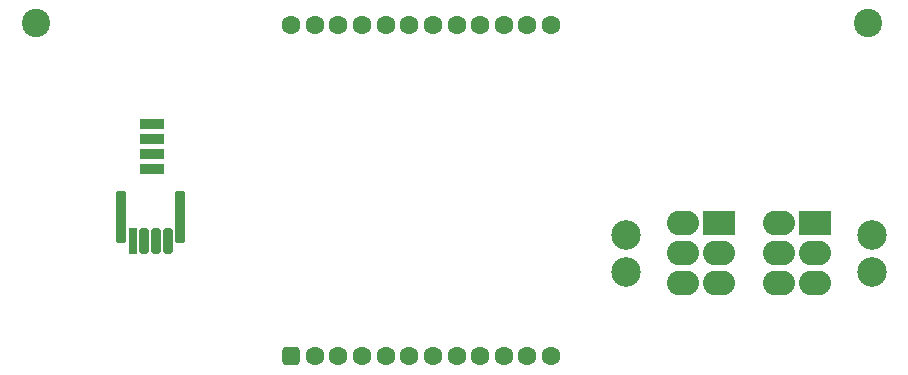
<source format=gbs>
G04*
G04 #@! TF.GenerationSoftware,Altium Limited,Altium Designer,20.0.13 (296)*
G04*
G04 Layer_Color=16711935*
%FSLAX25Y25*%
%MOIN*%
G70*
G01*
G75*
G04:AMPARAMS|DCode=49|XSize=62.99mil|YSize=62.99mil|CornerRadius=17.72mil|HoleSize=0mil|Usage=FLASHONLY|Rotation=180.000|XOffset=0mil|YOffset=0mil|HoleType=Round|Shape=RoundedRectangle|*
%AMROUNDEDRECTD49*
21,1,0.06299,0.02756,0,0,180.0*
21,1,0.02756,0.06299,0,0,180.0*
1,1,0.03543,-0.01378,0.01378*
1,1,0.03543,0.01378,0.01378*
1,1,0.03543,0.01378,-0.01378*
1,1,0.03543,-0.01378,-0.01378*
%
%ADD49ROUNDEDRECTD49*%
%ADD50C,0.06299*%
%ADD51C,0.09449*%
G04:AMPARAMS|DCode=72|XSize=35.43mil|YSize=82.68mil|CornerRadius=9.84mil|HoleSize=0mil|Usage=FLASHONLY|Rotation=270.000|XOffset=0mil|YOffset=0mil|HoleType=Round|Shape=RoundedRectangle|*
%AMROUNDEDRECTD72*
21,1,0.03543,0.06299,0,0,270.0*
21,1,0.01575,0.08268,0,0,270.0*
1,1,0.01968,-0.03150,-0.00787*
1,1,0.01968,-0.03150,0.00787*
1,1,0.01968,0.03150,0.00787*
1,1,0.01968,0.03150,-0.00787*
%
%ADD72ROUNDEDRECTD72*%
G04:AMPARAMS|DCode=73|XSize=35.43mil|YSize=82.68mil|CornerRadius=5.12mil|HoleSize=0mil|Usage=FLASHONLY|Rotation=270.000|XOffset=0mil|YOffset=0mil|HoleType=Round|Shape=RoundedRectangle|*
%AMROUNDEDRECTD73*
21,1,0.03543,0.07244,0,0,270.0*
21,1,0.02520,0.08268,0,0,270.0*
1,1,0.01024,-0.03622,-0.01260*
1,1,0.01024,-0.03622,0.01260*
1,1,0.01024,0.03622,0.01260*
1,1,0.01024,0.03622,-0.01260*
%
%ADD73ROUNDEDRECTD73*%
G04:AMPARAMS|DCode=74|XSize=35.43mil|YSize=173.23mil|CornerRadius=6.69mil|HoleSize=0mil|Usage=FLASHONLY|Rotation=180.000|XOffset=0mil|YOffset=0mil|HoleType=Round|Shape=RoundedRectangle|*
%AMROUNDEDRECTD74*
21,1,0.03543,0.15984,0,0,180.0*
21,1,0.02205,0.17323,0,0,180.0*
1,1,0.01339,-0.01102,0.07992*
1,1,0.01339,0.01102,0.07992*
1,1,0.01339,0.01102,-0.07992*
1,1,0.01339,-0.01102,-0.07992*
%
%ADD74ROUNDEDRECTD74*%
%ADD75R,0.03150X0.08661*%
G04:AMPARAMS|DCode=76|XSize=31.5mil|YSize=86.61mil|CornerRadius=6.3mil|HoleSize=0mil|Usage=FLASHONLY|Rotation=0.000|XOffset=0mil|YOffset=0mil|HoleType=Round|Shape=RoundedRectangle|*
%AMROUNDEDRECTD76*
21,1,0.03150,0.07402,0,0,0.0*
21,1,0.01890,0.08661,0,0,0.0*
1,1,0.01260,0.00945,-0.03701*
1,1,0.01260,-0.00945,-0.03701*
1,1,0.01260,-0.00945,0.03701*
1,1,0.01260,0.00945,0.03701*
%
%ADD76ROUNDEDRECTD76*%
%ADD77R,0.10630X0.08268*%
%ADD78O,0.10630X0.08268*%
%ADD79O,0.10630X0.08268*%
%ADD80C,0.09843*%
D49*
X93007Y11025D02*
D03*
D50*
X171747D02*
D03*
X163873D02*
D03*
X155999D02*
D03*
X148125D02*
D03*
X140251D02*
D03*
X132377D02*
D03*
X124503D02*
D03*
X116629D02*
D03*
X108755D02*
D03*
X100881D02*
D03*
X179621D02*
D03*
X93007Y121261D02*
D03*
X155999D02*
D03*
X163873D02*
D03*
X171747D02*
D03*
X179621D02*
D03*
X108755D02*
D03*
X116629D02*
D03*
X124503D02*
D03*
X132377D02*
D03*
X140251D02*
D03*
X148125D02*
D03*
X100881D02*
D03*
D51*
X285433Y122047D02*
D03*
X7874Y122047D02*
D03*
D72*
X46539Y73405D02*
D03*
D73*
Y78405D02*
D03*
Y83406D02*
D03*
Y88406D02*
D03*
D74*
X55906Y57382D02*
D03*
X36220D02*
D03*
D75*
X40157Y49114D02*
D03*
D76*
X44094D02*
D03*
X48032D02*
D03*
X51969D02*
D03*
D77*
X235669Y55277D02*
D03*
X267669Y55276D02*
D03*
D78*
X223669Y55277D02*
D03*
X235669Y45277D02*
D03*
X223669D02*
D03*
X235669Y35277D02*
D03*
X223669D02*
D03*
X267669Y45276D02*
D03*
X255669D02*
D03*
Y35276D02*
D03*
D79*
Y55276D02*
D03*
X267669Y35276D02*
D03*
D80*
X286614Y51181D02*
D03*
Y38976D02*
D03*
X204725D02*
D03*
Y51181D02*
D03*
M02*

</source>
